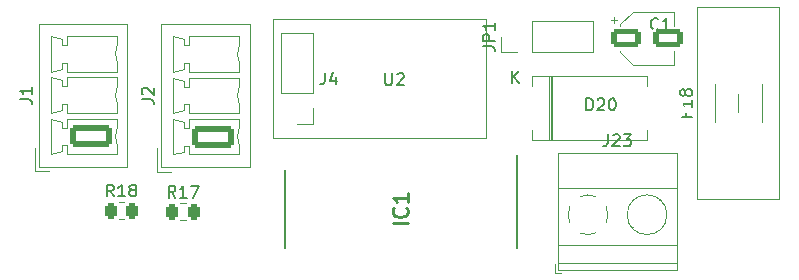
<source format=gto>
%TF.GenerationSoftware,KiCad,Pcbnew,(6.0.4)*%
%TF.CreationDate,2022-04-01T13:13:12+01:00*%
%TF.ProjectId,Basic_2ch_Hat,42617369-635f-4326-9368-5f4861742e6b,rev?*%
%TF.SameCoordinates,Original*%
%TF.FileFunction,Legend,Top*%
%TF.FilePolarity,Positive*%
%FSLAX46Y46*%
G04 Gerber Fmt 4.6, Leading zero omitted, Abs format (unit mm)*
G04 Created by KiCad (PCBNEW (6.0.4)) date 2022-04-01 13:13:12*
%MOMM*%
%LPD*%
G01*
G04 APERTURE LIST*
G04 Aperture macros list*
%AMRoundRect*
0 Rectangle with rounded corners*
0 $1 Rounding radius*
0 $2 $3 $4 $5 $6 $7 $8 $9 X,Y pos of 4 corners*
0 Add a 4 corners polygon primitive as box body*
4,1,4,$2,$3,$4,$5,$6,$7,$8,$9,$2,$3,0*
0 Add four circle primitives for the rounded corners*
1,1,$1+$1,$2,$3*
1,1,$1+$1,$4,$5*
1,1,$1+$1,$6,$7*
1,1,$1+$1,$8,$9*
0 Add four rect primitives between the rounded corners*
20,1,$1+$1,$2,$3,$4,$5,0*
20,1,$1+$1,$4,$5,$6,$7,0*
20,1,$1+$1,$6,$7,$8,$9,0*
20,1,$1+$1,$8,$9,$2,$3,0*%
G04 Aperture macros list end*
%ADD10C,0.150000*%
%ADD11C,0.254000*%
%ADD12C,0.120000*%
%ADD13C,0.200000*%
%ADD14RoundRect,0.250000X1.550000X-0.650000X1.550000X0.650000X-1.550000X0.650000X-1.550000X-0.650000X0*%
%ADD15O,3.600000X1.800000*%
%ADD16R,1.130000X1.130000*%
%ADD17C,1.130000*%
%ADD18R,3.200000X3.200000*%
%ADD19O,3.200000X3.200000*%
%ADD20R,2.600000X2.600000*%
%ADD21C,2.600000*%
%ADD22R,1.700000X1.700000*%
%ADD23O,1.700000X1.700000*%
%ADD24C,2.500000*%
%ADD25RoundRect,0.250000X-0.262500X-0.450000X0.262500X-0.450000X0.262500X0.450000X-0.262500X0.450000X0*%
%ADD26C,2.780000*%
%ADD27R,1.524000X1.524000*%
%ADD28RoundRect,0.250000X-1.050000X-0.550000X1.050000X-0.550000X1.050000X0.550000X-1.050000X0.550000X0*%
G04 APERTURE END LIST*
D10*
%TO.C,J2*%
X161158380Y-36457333D02*
X161872666Y-36457333D01*
X162015523Y-36504952D01*
X162110761Y-36600190D01*
X162158380Y-36743047D01*
X162158380Y-36838285D01*
X161253619Y-36028761D02*
X161206000Y-35981142D01*
X161158380Y-35885904D01*
X161158380Y-35647809D01*
X161206000Y-35552571D01*
X161253619Y-35504952D01*
X161348857Y-35457333D01*
X161444095Y-35457333D01*
X161586952Y-35504952D01*
X162158380Y-36076380D01*
X162158380Y-35457333D01*
%TO.C,J1*%
X150828080Y-36434633D02*
X151542366Y-36434633D01*
X151685223Y-36482252D01*
X151780461Y-36577490D01*
X151828080Y-36720347D01*
X151828080Y-36815585D01*
X151828080Y-35434633D02*
X151828080Y-36006061D01*
X151828080Y-35720347D02*
X150828080Y-35720347D01*
X150970938Y-35815585D01*
X151066176Y-35910823D01*
X151113795Y-36006061D01*
D11*
%TO.C,IC1*%
X183657723Y-46959761D02*
X182387723Y-46959761D01*
X183536771Y-45629285D02*
X183597247Y-45689761D01*
X183657723Y-45871190D01*
X183657723Y-45992142D01*
X183597247Y-46173571D01*
X183476295Y-46294523D01*
X183355342Y-46355000D01*
X183113438Y-46415476D01*
X182932009Y-46415476D01*
X182690104Y-46355000D01*
X182569152Y-46294523D01*
X182448200Y-46173571D01*
X182387723Y-45992142D01*
X182387723Y-45871190D01*
X182448200Y-45689761D01*
X182508676Y-45629285D01*
X183657723Y-44419761D02*
X183657723Y-45145476D01*
X183657723Y-44782619D02*
X182387723Y-44782619D01*
X182569152Y-44903571D01*
X182690104Y-45024523D01*
X182750580Y-45145476D01*
D10*
%TO.C,D20*%
X198785314Y-37383980D02*
X198785314Y-36383980D01*
X199023409Y-36383980D01*
X199166266Y-36431600D01*
X199261504Y-36526838D01*
X199309123Y-36622076D01*
X199356742Y-36812552D01*
X199356742Y-36955409D01*
X199309123Y-37145885D01*
X199261504Y-37241123D01*
X199166266Y-37336361D01*
X199023409Y-37383980D01*
X198785314Y-37383980D01*
X199737695Y-36479219D02*
X199785314Y-36431600D01*
X199880552Y-36383980D01*
X200118647Y-36383980D01*
X200213885Y-36431600D01*
X200261504Y-36479219D01*
X200309123Y-36574457D01*
X200309123Y-36669695D01*
X200261504Y-36812552D01*
X199690076Y-37383980D01*
X200309123Y-37383980D01*
X200928171Y-36383980D02*
X201023409Y-36383980D01*
X201118647Y-36431600D01*
X201166266Y-36479219D01*
X201213885Y-36574457D01*
X201261504Y-36764933D01*
X201261504Y-37003028D01*
X201213885Y-37193504D01*
X201166266Y-37288742D01*
X201118647Y-37336361D01*
X201023409Y-37383980D01*
X200928171Y-37383980D01*
X200832933Y-37336361D01*
X200785314Y-37288742D01*
X200737695Y-37193504D01*
X200690076Y-37003028D01*
X200690076Y-36764933D01*
X200737695Y-36574457D01*
X200785314Y-36479219D01*
X200832933Y-36431600D01*
X200928171Y-36383980D01*
X192473295Y-35037980D02*
X192473295Y-34037980D01*
X193044723Y-35037980D02*
X192616152Y-34466552D01*
X193044723Y-34037980D02*
X192473295Y-34609409D01*
%TO.C,J23*%
X200612476Y-39420580D02*
X200612476Y-40134866D01*
X200564857Y-40277723D01*
X200469619Y-40372961D01*
X200326761Y-40420580D01*
X200231523Y-40420580D01*
X201041047Y-39515819D02*
X201088666Y-39468200D01*
X201183904Y-39420580D01*
X201422000Y-39420580D01*
X201517238Y-39468200D01*
X201564857Y-39515819D01*
X201612476Y-39611057D01*
X201612476Y-39706295D01*
X201564857Y-39849152D01*
X200993428Y-40420580D01*
X201612476Y-40420580D01*
X201945809Y-39420580D02*
X202564857Y-39420580D01*
X202231523Y-39801533D01*
X202374380Y-39801533D01*
X202469619Y-39849152D01*
X202517238Y-39896771D01*
X202564857Y-39992009D01*
X202564857Y-40230104D01*
X202517238Y-40325342D01*
X202469619Y-40372961D01*
X202374380Y-40420580D01*
X202088666Y-40420580D01*
X201993428Y-40372961D01*
X201945809Y-40325342D01*
%TO.C,JP1*%
X190024980Y-31973733D02*
X190739266Y-31973733D01*
X190882123Y-32021352D01*
X190977361Y-32116590D01*
X191024980Y-32259447D01*
X191024980Y-32354685D01*
X191024980Y-31497542D02*
X190024980Y-31497542D01*
X190024980Y-31116590D01*
X190072600Y-31021352D01*
X190120219Y-30973733D01*
X190215457Y-30926114D01*
X190358314Y-30926114D01*
X190453552Y-30973733D01*
X190501171Y-31021352D01*
X190548790Y-31116590D01*
X190548790Y-31497542D01*
X191024980Y-29973733D02*
X191024980Y-30545161D01*
X191024980Y-30259447D02*
X190024980Y-30259447D01*
X190167838Y-30354685D01*
X190263076Y-30449923D01*
X190310695Y-30545161D01*
%TO.C,R18*%
X158769442Y-44674780D02*
X158436109Y-44198590D01*
X158198014Y-44674780D02*
X158198014Y-43674780D01*
X158578966Y-43674780D01*
X158674204Y-43722400D01*
X158721823Y-43770019D01*
X158769442Y-43865257D01*
X158769442Y-44008114D01*
X158721823Y-44103352D01*
X158674204Y-44150971D01*
X158578966Y-44198590D01*
X158198014Y-44198590D01*
X159721823Y-44674780D02*
X159150395Y-44674780D01*
X159436109Y-44674780D02*
X159436109Y-43674780D01*
X159340871Y-43817638D01*
X159245633Y-43912876D01*
X159150395Y-43960495D01*
X160293252Y-44103352D02*
X160198014Y-44055733D01*
X160150395Y-44008114D01*
X160102776Y-43912876D01*
X160102776Y-43865257D01*
X160150395Y-43770019D01*
X160198014Y-43722400D01*
X160293252Y-43674780D01*
X160483728Y-43674780D01*
X160578966Y-43722400D01*
X160626585Y-43770019D01*
X160674204Y-43865257D01*
X160674204Y-43912876D01*
X160626585Y-44008114D01*
X160578966Y-44055733D01*
X160483728Y-44103352D01*
X160293252Y-44103352D01*
X160198014Y-44150971D01*
X160150395Y-44198590D01*
X160102776Y-44293828D01*
X160102776Y-44484304D01*
X160150395Y-44579542D01*
X160198014Y-44627161D01*
X160293252Y-44674780D01*
X160483728Y-44674780D01*
X160578966Y-44627161D01*
X160626585Y-44579542D01*
X160674204Y-44484304D01*
X160674204Y-44293828D01*
X160626585Y-44198590D01*
X160578966Y-44150971D01*
X160483728Y-44103352D01*
%TO.C,F18*%
X207215371Y-37588723D02*
X207215371Y-37922057D01*
X207739180Y-37922057D02*
X206739180Y-37922057D01*
X206739180Y-37445866D01*
X207739180Y-36541104D02*
X207739180Y-37112533D01*
X207739180Y-36826819D02*
X206739180Y-36826819D01*
X206882038Y-36922057D01*
X206977276Y-37017295D01*
X207024895Y-37112533D01*
X207167752Y-35969676D02*
X207120133Y-36064914D01*
X207072514Y-36112533D01*
X206977276Y-36160152D01*
X206929657Y-36160152D01*
X206834419Y-36112533D01*
X206786800Y-36064914D01*
X206739180Y-35969676D01*
X206739180Y-35779200D01*
X206786800Y-35683961D01*
X206834419Y-35636342D01*
X206929657Y-35588723D01*
X206977276Y-35588723D01*
X207072514Y-35636342D01*
X207120133Y-35683961D01*
X207167752Y-35779200D01*
X207167752Y-35969676D01*
X207215371Y-36064914D01*
X207262990Y-36112533D01*
X207358228Y-36160152D01*
X207548704Y-36160152D01*
X207643942Y-36112533D01*
X207691561Y-36064914D01*
X207739180Y-35969676D01*
X207739180Y-35779200D01*
X207691561Y-35683961D01*
X207643942Y-35636342D01*
X207548704Y-35588723D01*
X207358228Y-35588723D01*
X207262990Y-35636342D01*
X207215371Y-35683961D01*
X207167752Y-35779200D01*
%TO.C,U2*%
X181762495Y-34250380D02*
X181762495Y-35059904D01*
X181810114Y-35155142D01*
X181857733Y-35202761D01*
X181952971Y-35250380D01*
X182143447Y-35250380D01*
X182238685Y-35202761D01*
X182286304Y-35155142D01*
X182333923Y-35059904D01*
X182333923Y-34250380D01*
X182762495Y-34345619D02*
X182810114Y-34298000D01*
X182905352Y-34250380D01*
X183143447Y-34250380D01*
X183238685Y-34298000D01*
X183286304Y-34345619D01*
X183333923Y-34440857D01*
X183333923Y-34536095D01*
X183286304Y-34678952D01*
X182714876Y-35250380D01*
X183333923Y-35250380D01*
%TO.C,C1*%
X204862133Y-30481942D02*
X204814514Y-30529561D01*
X204671657Y-30577180D01*
X204576419Y-30577180D01*
X204433561Y-30529561D01*
X204338323Y-30434323D01*
X204290704Y-30339085D01*
X204243085Y-30148609D01*
X204243085Y-30005752D01*
X204290704Y-29815276D01*
X204338323Y-29720038D01*
X204433561Y-29624800D01*
X204576419Y-29577180D01*
X204671657Y-29577180D01*
X204814514Y-29624800D01*
X204862133Y-29672419D01*
X205814514Y-30577180D02*
X205243085Y-30577180D01*
X205528800Y-30577180D02*
X205528800Y-29577180D01*
X205433561Y-29720038D01*
X205338323Y-29815276D01*
X205243085Y-29862895D01*
%TO.C,J4*%
X176653866Y-34199580D02*
X176653866Y-34913866D01*
X176606247Y-35056723D01*
X176511009Y-35151961D01*
X176368152Y-35199580D01*
X176272914Y-35199580D01*
X177558628Y-34532914D02*
X177558628Y-35199580D01*
X177320533Y-34151961D02*
X177082438Y-34866247D01*
X177701485Y-34866247D01*
%TO.C,R17*%
X163999942Y-44776380D02*
X163666609Y-44300190D01*
X163428514Y-44776380D02*
X163428514Y-43776380D01*
X163809466Y-43776380D01*
X163904704Y-43824000D01*
X163952323Y-43871619D01*
X163999942Y-43966857D01*
X163999942Y-44109714D01*
X163952323Y-44204952D01*
X163904704Y-44252571D01*
X163809466Y-44300190D01*
X163428514Y-44300190D01*
X164952323Y-44776380D02*
X164380895Y-44776380D01*
X164666609Y-44776380D02*
X164666609Y-43776380D01*
X164571371Y-43919238D01*
X164476133Y-44014476D01*
X164380895Y-44062095D01*
X165285657Y-43776380D02*
X165952323Y-43776380D01*
X165523752Y-44776380D01*
D12*
%TO.C,J2*%
X170266000Y-42184000D02*
X170266000Y-30064000D01*
X164756000Y-38874000D02*
X165106000Y-38874000D01*
X169406000Y-31124000D02*
X169406000Y-31874000D01*
X165106000Y-33374000D02*
X164756000Y-33374000D01*
X169406000Y-36874000D02*
X169406000Y-37624000D01*
X163756000Y-34624000D02*
X164756000Y-34874000D01*
X164756000Y-31374000D02*
X164756000Y-31874000D01*
X169406000Y-33374000D02*
X169406000Y-34124000D01*
X165106000Y-31124000D02*
X169406000Y-31124000D01*
X165106000Y-36874000D02*
X164756000Y-36874000D01*
X165106000Y-38124000D02*
X169406000Y-38124000D01*
X165106000Y-40374000D02*
X164756000Y-40374000D01*
X163756000Y-37624000D02*
X163756000Y-34624000D01*
X162406000Y-42574000D02*
X162406000Y-40574000D01*
X169406000Y-38124000D02*
X169406000Y-38874000D01*
X165106000Y-35374000D02*
X165106000Y-34624000D01*
X165106000Y-34624000D02*
X169406000Y-34624000D01*
X165106000Y-34124000D02*
X165106000Y-33374000D01*
X165106000Y-37624000D02*
X165106000Y-36874000D01*
X169406000Y-37624000D02*
X165106000Y-37624000D01*
X163756000Y-38124000D02*
X164756000Y-38374000D01*
X165106000Y-31874000D02*
X165106000Y-31124000D01*
X164756000Y-33374000D02*
X164756000Y-33874000D01*
X164756000Y-33874000D02*
X163756000Y-34124000D01*
X163756000Y-41124000D02*
X163756000Y-38124000D01*
X162796000Y-42184000D02*
X170266000Y-42184000D01*
X162796000Y-30064000D02*
X162796000Y-42184000D01*
X164756000Y-38374000D02*
X164756000Y-38874000D01*
X170266000Y-30064000D02*
X162796000Y-30064000D01*
X165106000Y-38874000D02*
X165106000Y-38124000D01*
X163756000Y-31124000D02*
X164756000Y-31374000D01*
X169406000Y-40374000D02*
X169406000Y-41124000D01*
X169406000Y-34624000D02*
X169406000Y-35374000D01*
X164756000Y-37374000D02*
X163756000Y-37624000D01*
X169406000Y-34124000D02*
X165106000Y-34124000D01*
X163756000Y-34124000D02*
X163756000Y-31124000D01*
X164756000Y-36874000D02*
X164756000Y-37374000D01*
X164756000Y-31874000D02*
X165106000Y-31874000D01*
X164756000Y-40874000D02*
X163756000Y-41124000D01*
X164756000Y-34874000D02*
X164756000Y-35374000D01*
X163656000Y-42574000D02*
X162406000Y-42574000D01*
X169406000Y-41124000D02*
X165106000Y-41124000D01*
X165106000Y-41124000D02*
X165106000Y-40374000D01*
X164756000Y-40374000D02*
X164756000Y-40874000D01*
X164756000Y-35374000D02*
X165106000Y-35374000D01*
X169405845Y-31874353D02*
G75*
G03*
X169406000Y-33374000I1700155J-749647D01*
G01*
X169405845Y-35374353D02*
G75*
G03*
X169406000Y-36874000I1700155J-749647D01*
G01*
X169405845Y-38874353D02*
G75*
G03*
X169406000Y-40374000I1700155J-749647D01*
G01*
%TO.C,J1*%
X159935700Y-42161300D02*
X159935700Y-30041300D01*
X154425700Y-38851300D02*
X154775700Y-38851300D01*
X159075700Y-31101300D02*
X159075700Y-31851300D01*
X154775700Y-33351300D02*
X154425700Y-33351300D01*
X159075700Y-36851300D02*
X159075700Y-37601300D01*
X153425700Y-34601300D02*
X154425700Y-34851300D01*
X154425700Y-31351300D02*
X154425700Y-31851300D01*
X159075700Y-33351300D02*
X159075700Y-34101300D01*
X154775700Y-31101300D02*
X159075700Y-31101300D01*
X154775700Y-36851300D02*
X154425700Y-36851300D01*
X154775700Y-38101300D02*
X159075700Y-38101300D01*
X154775700Y-40351300D02*
X154425700Y-40351300D01*
X153425700Y-37601300D02*
X153425700Y-34601300D01*
X152075700Y-42551300D02*
X152075700Y-40551300D01*
X159075700Y-38101300D02*
X159075700Y-38851300D01*
X154775700Y-35351300D02*
X154775700Y-34601300D01*
X154775700Y-34601300D02*
X159075700Y-34601300D01*
X154775700Y-34101300D02*
X154775700Y-33351300D01*
X154775700Y-37601300D02*
X154775700Y-36851300D01*
X159075700Y-37601300D02*
X154775700Y-37601300D01*
X153425700Y-38101300D02*
X154425700Y-38351300D01*
X154775700Y-31851300D02*
X154775700Y-31101300D01*
X154425700Y-33351300D02*
X154425700Y-33851300D01*
X154425700Y-33851300D02*
X153425700Y-34101300D01*
X153425700Y-41101300D02*
X153425700Y-38101300D01*
X152465700Y-42161300D02*
X159935700Y-42161300D01*
X152465700Y-30041300D02*
X152465700Y-42161300D01*
X154425700Y-38351300D02*
X154425700Y-38851300D01*
X159935700Y-30041300D02*
X152465700Y-30041300D01*
X154775700Y-38851300D02*
X154775700Y-38101300D01*
X153425700Y-31101300D02*
X154425700Y-31351300D01*
X159075700Y-40351300D02*
X159075700Y-41101300D01*
X159075700Y-34601300D02*
X159075700Y-35351300D01*
X154425700Y-37351300D02*
X153425700Y-37601300D01*
X159075700Y-34101300D02*
X154775700Y-34101300D01*
X153425700Y-34101300D02*
X153425700Y-31101300D01*
X154425700Y-36851300D02*
X154425700Y-37351300D01*
X154425700Y-31851300D02*
X154775700Y-31851300D01*
X154425700Y-40851300D02*
X153425700Y-41101300D01*
X154425700Y-34851300D02*
X154425700Y-35351300D01*
X153325700Y-42551300D02*
X152075700Y-42551300D01*
X159075700Y-41101300D02*
X154775700Y-41101300D01*
X154775700Y-41101300D02*
X154775700Y-40351300D01*
X154425700Y-40351300D02*
X154425700Y-40851300D01*
X154425700Y-35351300D02*
X154775700Y-35351300D01*
X159075545Y-31851653D02*
G75*
G03*
X159075700Y-33351300I1700155J-749647D01*
G01*
X159075545Y-35351653D02*
G75*
G03*
X159075700Y-36851300I1700155J-749647D01*
G01*
X159075545Y-38851653D02*
G75*
G03*
X159075700Y-40351300I1700155J-749647D01*
G01*
D13*
%TO.C,IC1*%
X192928200Y-41185000D02*
X192928200Y-49020000D01*
X173238200Y-42420000D02*
X173238200Y-49020000D01*
D12*
%TO.C,D20*%
X194215200Y-34465600D02*
X203955200Y-34465600D01*
X194215200Y-39905600D02*
X203955200Y-39905600D01*
X203955200Y-34465600D02*
X203955200Y-35345600D01*
X195880200Y-34465600D02*
X195880200Y-39905600D01*
X203955200Y-39905600D02*
X203955200Y-39025600D01*
X194215200Y-39025600D02*
X194215200Y-39905600D01*
X195760200Y-34465600D02*
X195760200Y-39905600D01*
X194215200Y-35345600D02*
X194215200Y-34465600D01*
X195640200Y-34465600D02*
X195640200Y-39905600D01*
%TO.C,J23*%
X196362000Y-43927200D02*
X206482000Y-43927200D01*
X196122000Y-50388200D02*
X196122000Y-51128200D01*
X196362000Y-48828200D02*
X206482000Y-48828200D01*
X196362000Y-40967200D02*
X196362000Y-50888200D01*
X196362000Y-40967200D02*
X206482000Y-40967200D01*
X202888000Y-47467200D02*
X202853000Y-47502200D01*
X202695000Y-47251200D02*
X202648000Y-47297200D01*
X196362000Y-50328200D02*
X206482000Y-50328200D01*
X205197000Y-45159200D02*
X205150000Y-45205200D01*
X196362000Y-50888200D02*
X206482000Y-50888200D01*
X204992000Y-44953200D02*
X204957000Y-44989200D01*
X206482000Y-40967200D02*
X206482000Y-50888200D01*
X196122000Y-51128200D02*
X196622000Y-51128200D01*
X198238000Y-47763200D02*
G75*
G03*
X198950805Y-47908453I683999J1535001D01*
G01*
X197387000Y-45544200D02*
G75*
G03*
X197386573Y-46911242I1534993J-684001D01*
G01*
X198922000Y-47908200D02*
G75*
G03*
X199605318Y-47762956I0J1680000D01*
G01*
X199606000Y-44693200D02*
G75*
G03*
X198238958Y-44692773I-684001J-1534993D01*
G01*
X200457001Y-46912200D02*
G75*
G03*
X200457427Y-45545158I-1535001J684000D01*
G01*
X205602000Y-46228200D02*
G75*
G03*
X205602000Y-46228200I-1680000J0D01*
G01*
%TO.C,JP1*%
X191572600Y-32470400D02*
X191572600Y-31140400D01*
X194172600Y-32470400D02*
X199312600Y-32470400D01*
X194172600Y-29810400D02*
X199312600Y-29810400D01*
X194172600Y-32470400D02*
X194172600Y-29810400D01*
X192902600Y-32470400D02*
X191572600Y-32470400D01*
X199312600Y-32470400D02*
X199312600Y-29810400D01*
%TO.C,R18*%
X159185236Y-46607400D02*
X159639364Y-46607400D01*
X159185236Y-45137400D02*
X159639364Y-45137400D01*
%TO.C,F18*%
X215126800Y-28679200D02*
X208186800Y-28679200D01*
X208186800Y-44879200D02*
X215126800Y-44879200D01*
X208186800Y-28679200D02*
X208186800Y-44879200D01*
X211656800Y-37529200D02*
X211656800Y-36029200D01*
X213656800Y-35179200D02*
X213656800Y-38379200D01*
X209656800Y-38379200D02*
X209656800Y-35179200D01*
X215126800Y-44879200D02*
X215126800Y-28679200D01*
%TO.C,U2*%
X172294800Y-29696400D02*
X190294800Y-29696400D01*
X190294800Y-29696400D02*
X190294800Y-39696400D01*
X190294800Y-39696400D02*
X172294800Y-39696400D01*
X172294800Y-39696400D02*
X172294800Y-29696400D01*
%TO.C,C1*%
X201651200Y-30097237D02*
X202715637Y-29032800D01*
X206171200Y-29032800D02*
X206171200Y-30232800D01*
X201651200Y-30097237D02*
X201651200Y-30232800D01*
X202715637Y-29032800D02*
X206171200Y-29032800D01*
X202715637Y-33552800D02*
X206171200Y-33552800D01*
X200911200Y-29732800D02*
X201411200Y-29732800D01*
X201651200Y-32488363D02*
X202715637Y-33552800D01*
X201651200Y-32488363D02*
X201651200Y-32352800D01*
X206171200Y-33552800D02*
X206171200Y-32352800D01*
X201161200Y-29482800D02*
X201161200Y-29982800D01*
%TO.C,J4*%
X175624800Y-35951400D02*
X172964800Y-35951400D01*
X175624800Y-37221400D02*
X175624800Y-38551400D01*
X175624800Y-35951400D02*
X175624800Y-30811400D01*
X175624800Y-30811400D02*
X172964800Y-30811400D01*
X172964800Y-35951400D02*
X172964800Y-30811400D01*
X175624800Y-38551400D02*
X174294800Y-38551400D01*
%TO.C,R17*%
X164415736Y-45239000D02*
X164869864Y-45239000D01*
X164415736Y-46709000D02*
X164869864Y-46709000D01*
%TD*%
%LPC*%
D14*
%TO.C,J2*%
X167156000Y-39624000D03*
D15*
X167156000Y-36124000D03*
X167156000Y-32624000D03*
%TD*%
D14*
%TO.C,J1*%
X156825700Y-39601300D03*
D15*
X156825700Y-36101300D03*
X156825700Y-32601300D03*
%TD*%
D16*
%TO.C,IC1*%
X190703200Y-41750000D03*
D17*
X188163200Y-41750000D03*
X185623200Y-41750000D03*
X183083200Y-41750000D03*
X180543200Y-41750000D03*
X178003200Y-41750000D03*
X175463200Y-41750000D03*
X175463200Y-49690000D03*
X178003200Y-49690000D03*
X180543200Y-49690000D03*
X183083200Y-49690000D03*
X185623200Y-49690000D03*
X188163200Y-49690000D03*
X190703200Y-49690000D03*
%TD*%
D18*
%TO.C,D20*%
X192735200Y-37185600D03*
D19*
X205435200Y-37185600D03*
%TD*%
D20*
%TO.C,J23*%
X198922000Y-46228200D03*
D21*
X203922000Y-46228200D03*
%TD*%
D22*
%TO.C,JP1*%
X192902600Y-31140400D03*
D23*
X195442600Y-31140400D03*
X197982600Y-31140400D03*
%TD*%
D24*
%TO.C,H4*%
X212095200Y-47960400D03*
%TD*%
%TO.C,H2*%
X212095200Y-24960400D03*
%TD*%
%TO.C,H1*%
X154095200Y-24960400D03*
%TD*%
D25*
%TO.C,R18*%
X158499800Y-45872400D03*
X160324800Y-45872400D03*
%TD*%
D26*
%TO.C,F18*%
X213356800Y-41739200D03*
X209956800Y-41739200D03*
X209956800Y-31819200D03*
X213356800Y-31819200D03*
%TD*%
D27*
%TO.C,U2*%
X174294800Y-32156400D03*
X174294800Y-34696400D03*
X174294800Y-37236400D03*
%TD*%
D28*
%TO.C,C1*%
X202111200Y-31292800D03*
X205711200Y-31292800D03*
%TD*%
D24*
%TO.C,H3*%
X154095200Y-47960400D03*
%TD*%
D22*
%TO.C,J4*%
X174294800Y-37221400D03*
D23*
X174294800Y-34681400D03*
X174294800Y-32141400D03*
%TD*%
D25*
%TO.C,R17*%
X163730300Y-45974000D03*
X165555300Y-45974000D03*
%TD*%
D22*
%TO.C,J3*%
X159312000Y-26314400D03*
D23*
X159312000Y-23774400D03*
X161852000Y-26314400D03*
X161852000Y-23774400D03*
X164392000Y-26314400D03*
X164392000Y-23774400D03*
X166932000Y-26314400D03*
X166932000Y-23774400D03*
X169472000Y-26314400D03*
X169472000Y-23774400D03*
X172012000Y-26314400D03*
X172012000Y-23774400D03*
X174552000Y-26314400D03*
X174552000Y-23774400D03*
X177092000Y-26314400D03*
X177092000Y-23774400D03*
X179632000Y-26314400D03*
X179632000Y-23774400D03*
X182172000Y-26314400D03*
X182172000Y-23774400D03*
X184712000Y-26314400D03*
X184712000Y-23774400D03*
X187252000Y-26314400D03*
X187252000Y-23774400D03*
X189792000Y-26314400D03*
X189792000Y-23774400D03*
X192332000Y-26314400D03*
X192332000Y-23774400D03*
X194872000Y-26314400D03*
X194872000Y-23774400D03*
X197412000Y-26314400D03*
X197412000Y-23774400D03*
X199952000Y-26314400D03*
X199952000Y-23774400D03*
X202492000Y-26314400D03*
X202492000Y-23774400D03*
X205032000Y-26314400D03*
X205032000Y-23774400D03*
X207572000Y-26314400D03*
X207572000Y-23774400D03*
%TD*%
M02*

</source>
